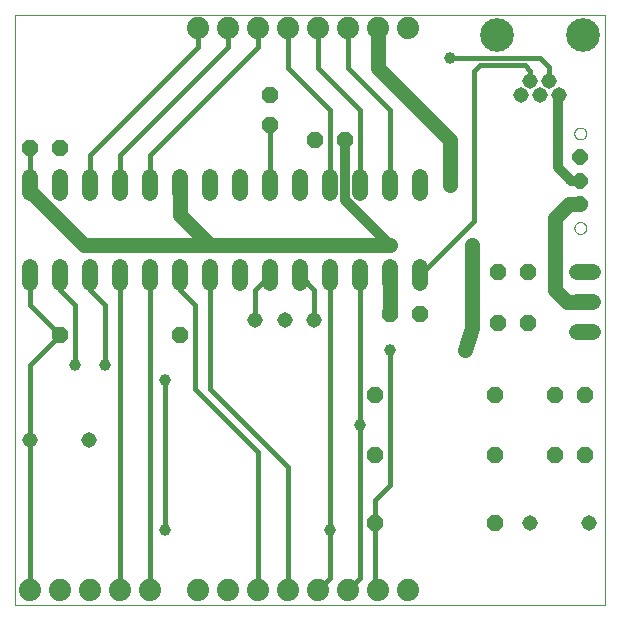
<source format=gtl>
G75*
%MOIN*%
%OFA0B0*%
%FSLAX25Y25*%
%IPPOS*%
%LPD*%
%AMOC8*
5,1,8,0,0,1.08239X$1,22.5*
%
%ADD10C,0.00000*%
%ADD11OC8,0.05200*%
%ADD12C,0.07400*%
%ADD13C,0.05150*%
%ADD14OC8,0.05150*%
%ADD15C,0.05200*%
%ADD16C,0.11220*%
%ADD17C,0.01600*%
%ADD18C,0.03200*%
%ADD19C,0.03962*%
%ADD20C,0.05000*%
D10*
X0001800Y0001800D02*
X0001800Y0198650D01*
X0198650Y0198650D01*
X0198650Y0001800D01*
X0001800Y0001800D01*
X0188331Y0127552D02*
X0188333Y0127640D01*
X0188339Y0127728D01*
X0188349Y0127816D01*
X0188363Y0127904D01*
X0188380Y0127990D01*
X0188402Y0128076D01*
X0188427Y0128160D01*
X0188457Y0128244D01*
X0188489Y0128326D01*
X0188526Y0128406D01*
X0188566Y0128485D01*
X0188610Y0128562D01*
X0188657Y0128637D01*
X0188707Y0128709D01*
X0188761Y0128780D01*
X0188817Y0128847D01*
X0188877Y0128913D01*
X0188939Y0128975D01*
X0189005Y0129035D01*
X0189072Y0129091D01*
X0189143Y0129145D01*
X0189215Y0129195D01*
X0189290Y0129242D01*
X0189367Y0129286D01*
X0189446Y0129326D01*
X0189526Y0129363D01*
X0189608Y0129395D01*
X0189692Y0129425D01*
X0189776Y0129450D01*
X0189862Y0129472D01*
X0189948Y0129489D01*
X0190036Y0129503D01*
X0190124Y0129513D01*
X0190212Y0129519D01*
X0190300Y0129521D01*
X0190388Y0129519D01*
X0190476Y0129513D01*
X0190564Y0129503D01*
X0190652Y0129489D01*
X0190738Y0129472D01*
X0190824Y0129450D01*
X0190908Y0129425D01*
X0190992Y0129395D01*
X0191074Y0129363D01*
X0191154Y0129326D01*
X0191233Y0129286D01*
X0191310Y0129242D01*
X0191385Y0129195D01*
X0191457Y0129145D01*
X0191528Y0129091D01*
X0191595Y0129035D01*
X0191661Y0128975D01*
X0191723Y0128913D01*
X0191783Y0128847D01*
X0191839Y0128780D01*
X0191893Y0128709D01*
X0191943Y0128637D01*
X0191990Y0128562D01*
X0192034Y0128485D01*
X0192074Y0128406D01*
X0192111Y0128326D01*
X0192143Y0128244D01*
X0192173Y0128160D01*
X0192198Y0128076D01*
X0192220Y0127990D01*
X0192237Y0127904D01*
X0192251Y0127816D01*
X0192261Y0127728D01*
X0192267Y0127640D01*
X0192269Y0127552D01*
X0192267Y0127464D01*
X0192261Y0127376D01*
X0192251Y0127288D01*
X0192237Y0127200D01*
X0192220Y0127114D01*
X0192198Y0127028D01*
X0192173Y0126944D01*
X0192143Y0126860D01*
X0192111Y0126778D01*
X0192074Y0126698D01*
X0192034Y0126619D01*
X0191990Y0126542D01*
X0191943Y0126467D01*
X0191893Y0126395D01*
X0191839Y0126324D01*
X0191783Y0126257D01*
X0191723Y0126191D01*
X0191661Y0126129D01*
X0191595Y0126069D01*
X0191528Y0126013D01*
X0191457Y0125959D01*
X0191385Y0125909D01*
X0191310Y0125862D01*
X0191233Y0125818D01*
X0191154Y0125778D01*
X0191074Y0125741D01*
X0190992Y0125709D01*
X0190908Y0125679D01*
X0190824Y0125654D01*
X0190738Y0125632D01*
X0190652Y0125615D01*
X0190564Y0125601D01*
X0190476Y0125591D01*
X0190388Y0125585D01*
X0190300Y0125583D01*
X0190212Y0125585D01*
X0190124Y0125591D01*
X0190036Y0125601D01*
X0189948Y0125615D01*
X0189862Y0125632D01*
X0189776Y0125654D01*
X0189692Y0125679D01*
X0189608Y0125709D01*
X0189526Y0125741D01*
X0189446Y0125778D01*
X0189367Y0125818D01*
X0189290Y0125862D01*
X0189215Y0125909D01*
X0189143Y0125959D01*
X0189072Y0126013D01*
X0189005Y0126069D01*
X0188939Y0126129D01*
X0188877Y0126191D01*
X0188817Y0126257D01*
X0188761Y0126324D01*
X0188707Y0126395D01*
X0188657Y0126467D01*
X0188610Y0126542D01*
X0188566Y0126619D01*
X0188526Y0126698D01*
X0188489Y0126778D01*
X0188457Y0126860D01*
X0188427Y0126944D01*
X0188402Y0127028D01*
X0188380Y0127114D01*
X0188363Y0127200D01*
X0188349Y0127288D01*
X0188339Y0127376D01*
X0188333Y0127464D01*
X0188331Y0127552D01*
X0188331Y0159048D02*
X0188333Y0159136D01*
X0188339Y0159224D01*
X0188349Y0159312D01*
X0188363Y0159400D01*
X0188380Y0159486D01*
X0188402Y0159572D01*
X0188427Y0159656D01*
X0188457Y0159740D01*
X0188489Y0159822D01*
X0188526Y0159902D01*
X0188566Y0159981D01*
X0188610Y0160058D01*
X0188657Y0160133D01*
X0188707Y0160205D01*
X0188761Y0160276D01*
X0188817Y0160343D01*
X0188877Y0160409D01*
X0188939Y0160471D01*
X0189005Y0160531D01*
X0189072Y0160587D01*
X0189143Y0160641D01*
X0189215Y0160691D01*
X0189290Y0160738D01*
X0189367Y0160782D01*
X0189446Y0160822D01*
X0189526Y0160859D01*
X0189608Y0160891D01*
X0189692Y0160921D01*
X0189776Y0160946D01*
X0189862Y0160968D01*
X0189948Y0160985D01*
X0190036Y0160999D01*
X0190124Y0161009D01*
X0190212Y0161015D01*
X0190300Y0161017D01*
X0190388Y0161015D01*
X0190476Y0161009D01*
X0190564Y0160999D01*
X0190652Y0160985D01*
X0190738Y0160968D01*
X0190824Y0160946D01*
X0190908Y0160921D01*
X0190992Y0160891D01*
X0191074Y0160859D01*
X0191154Y0160822D01*
X0191233Y0160782D01*
X0191310Y0160738D01*
X0191385Y0160691D01*
X0191457Y0160641D01*
X0191528Y0160587D01*
X0191595Y0160531D01*
X0191661Y0160471D01*
X0191723Y0160409D01*
X0191783Y0160343D01*
X0191839Y0160276D01*
X0191893Y0160205D01*
X0191943Y0160133D01*
X0191990Y0160058D01*
X0192034Y0159981D01*
X0192074Y0159902D01*
X0192111Y0159822D01*
X0192143Y0159740D01*
X0192173Y0159656D01*
X0192198Y0159572D01*
X0192220Y0159486D01*
X0192237Y0159400D01*
X0192251Y0159312D01*
X0192261Y0159224D01*
X0192267Y0159136D01*
X0192269Y0159048D01*
X0192267Y0158960D01*
X0192261Y0158872D01*
X0192251Y0158784D01*
X0192237Y0158696D01*
X0192220Y0158610D01*
X0192198Y0158524D01*
X0192173Y0158440D01*
X0192143Y0158356D01*
X0192111Y0158274D01*
X0192074Y0158194D01*
X0192034Y0158115D01*
X0191990Y0158038D01*
X0191943Y0157963D01*
X0191893Y0157891D01*
X0191839Y0157820D01*
X0191783Y0157753D01*
X0191723Y0157687D01*
X0191661Y0157625D01*
X0191595Y0157565D01*
X0191528Y0157509D01*
X0191457Y0157455D01*
X0191385Y0157405D01*
X0191310Y0157358D01*
X0191233Y0157314D01*
X0191154Y0157274D01*
X0191074Y0157237D01*
X0190992Y0157205D01*
X0190908Y0157175D01*
X0190824Y0157150D01*
X0190738Y0157128D01*
X0190652Y0157111D01*
X0190564Y0157097D01*
X0190476Y0157087D01*
X0190388Y0157081D01*
X0190300Y0157079D01*
X0190212Y0157081D01*
X0190124Y0157087D01*
X0190036Y0157097D01*
X0189948Y0157111D01*
X0189862Y0157128D01*
X0189776Y0157150D01*
X0189692Y0157175D01*
X0189608Y0157205D01*
X0189526Y0157237D01*
X0189446Y0157274D01*
X0189367Y0157314D01*
X0189290Y0157358D01*
X0189215Y0157405D01*
X0189143Y0157455D01*
X0189072Y0157509D01*
X0189005Y0157565D01*
X0188939Y0157625D01*
X0188877Y0157687D01*
X0188817Y0157753D01*
X0188761Y0157820D01*
X0188707Y0157891D01*
X0188657Y0157963D01*
X0188610Y0158038D01*
X0188566Y0158115D01*
X0188526Y0158194D01*
X0188489Y0158274D01*
X0188457Y0158356D01*
X0188427Y0158440D01*
X0188402Y0158524D01*
X0188380Y0158610D01*
X0188363Y0158696D01*
X0188349Y0158784D01*
X0188339Y0158872D01*
X0188333Y0158960D01*
X0188331Y0159048D01*
D11*
X0172800Y0112800D03*
X0162800Y0112800D03*
X0162860Y0095860D03*
X0172860Y0095860D03*
X0181800Y0071800D03*
X0191800Y0071800D03*
X0191800Y0051800D03*
X0181800Y0051800D03*
X0161800Y0051800D03*
X0161800Y0071800D03*
X0136800Y0098800D03*
X0126800Y0098800D03*
X0121800Y0071800D03*
X0121800Y0051800D03*
X0121800Y0029300D03*
X0161800Y0029300D03*
X0056800Y0091800D03*
X0016800Y0091800D03*
X0016800Y0154300D03*
X0006800Y0154300D03*
X0086800Y0161800D03*
X0086800Y0171800D03*
X0101800Y0156800D03*
X0111800Y0156800D03*
D12*
X0112800Y0194300D03*
X0102800Y0194300D03*
X0092800Y0194300D03*
X0082800Y0194300D03*
X0072800Y0194300D03*
X0062800Y0194300D03*
X0122800Y0194300D03*
X0132800Y0194300D03*
X0132800Y0006800D03*
X0122800Y0006800D03*
X0112800Y0006800D03*
X0102800Y0006800D03*
X0092800Y0006800D03*
X0082800Y0006800D03*
X0072800Y0006800D03*
X0062800Y0006800D03*
X0046800Y0006800D03*
X0036800Y0006800D03*
X0026800Y0006800D03*
X0016800Y0006800D03*
X0006800Y0006800D03*
D13*
X0006957Y0056800D03*
X0026643Y0056800D03*
X0081957Y0096800D03*
X0091800Y0096800D03*
X0101643Y0096800D03*
X0173457Y0029300D03*
X0193143Y0029300D03*
X0183099Y0171721D03*
X0179950Y0176446D03*
X0176800Y0171721D03*
X0173650Y0176446D03*
X0170501Y0171721D03*
D14*
X0190300Y0151174D03*
X0190300Y0143300D03*
X0190300Y0135426D03*
D15*
X0189280Y0112800D02*
X0194480Y0112800D01*
X0194480Y0102800D02*
X0189280Y0102800D01*
X0189280Y0092800D02*
X0194480Y0092800D01*
X0136800Y0109200D02*
X0136800Y0114400D01*
X0126800Y0114400D02*
X0126800Y0109200D01*
X0116800Y0109200D02*
X0116800Y0114400D01*
X0106800Y0114400D02*
X0106800Y0109200D01*
X0096800Y0109200D02*
X0096800Y0114400D01*
X0086800Y0114400D02*
X0086800Y0109200D01*
X0076800Y0109200D02*
X0076800Y0114400D01*
X0066800Y0114400D02*
X0066800Y0109200D01*
X0056800Y0109200D02*
X0056800Y0114400D01*
X0046800Y0114400D02*
X0046800Y0109200D01*
X0036800Y0109200D02*
X0036800Y0114400D01*
X0026800Y0114400D02*
X0026800Y0109200D01*
X0016800Y0109200D02*
X0016800Y0114400D01*
X0006800Y0114400D02*
X0006800Y0109200D01*
X0006800Y0139200D02*
X0006800Y0144400D01*
X0016800Y0144400D02*
X0016800Y0139200D01*
X0026800Y0139200D02*
X0026800Y0144400D01*
X0036800Y0144400D02*
X0036800Y0139200D01*
X0046800Y0139200D02*
X0046800Y0144400D01*
X0056800Y0144400D02*
X0056800Y0139200D01*
X0066800Y0139200D02*
X0066800Y0144400D01*
X0076800Y0144400D02*
X0076800Y0139200D01*
X0086800Y0139200D02*
X0086800Y0144400D01*
X0096800Y0144400D02*
X0096800Y0139200D01*
X0106800Y0139200D02*
X0106800Y0144400D01*
X0116800Y0144400D02*
X0116800Y0139200D01*
X0126800Y0139200D02*
X0126800Y0144400D01*
X0136800Y0144400D02*
X0136800Y0139200D01*
D16*
X0162430Y0191800D03*
X0191170Y0191800D03*
D17*
X0179950Y0181150D02*
X0176800Y0184300D01*
X0146800Y0184300D01*
X0154800Y0179800D02*
X0154800Y0129800D01*
X0136800Y0111800D01*
X0116800Y0111800D02*
X0116800Y0061800D01*
X0116800Y0010800D01*
X0112800Y0006800D01*
X0106800Y0010800D02*
X0102800Y0006800D01*
X0106800Y0010800D02*
X0106800Y0026800D01*
X0106800Y0111800D01*
X0101643Y0106957D02*
X0096800Y0111800D01*
X0101643Y0106957D02*
X0101643Y0096800D01*
X0086800Y0111800D02*
X0081957Y0106957D01*
X0081957Y0096800D01*
X0066800Y0111800D02*
X0066800Y0073800D01*
X0092800Y0047800D01*
X0092800Y0006800D01*
X0082800Y0006800D02*
X0082800Y0052800D01*
X0061800Y0073800D01*
X0061800Y0101800D01*
X0056800Y0106800D01*
X0056800Y0111800D01*
X0046800Y0111800D02*
X0046800Y0006800D01*
X0036800Y0006800D02*
X0036800Y0111800D01*
X0026800Y0111800D02*
X0026800Y0106800D01*
X0031800Y0101800D01*
X0031800Y0081800D01*
X0021800Y0081800D02*
X0021800Y0101800D01*
X0016800Y0106800D01*
X0016800Y0111800D01*
X0006800Y0111800D02*
X0006800Y0101800D01*
X0016800Y0091800D01*
X0006957Y0081957D01*
X0006957Y0056800D01*
X0006800Y0056800D01*
X0006800Y0006800D01*
X0051800Y0026800D02*
X0051800Y0076800D01*
X0046800Y0141800D02*
X0046800Y0151800D01*
X0082800Y0187800D01*
X0082800Y0194300D01*
X0072800Y0194300D02*
X0072800Y0187800D01*
X0036800Y0151800D01*
X0036800Y0141800D01*
X0026800Y0141800D02*
X0026800Y0151800D01*
X0062800Y0187800D01*
X0062800Y0194300D01*
X0092800Y0194300D02*
X0092800Y0180800D01*
X0106800Y0166800D01*
X0106800Y0141800D01*
X0116800Y0141800D02*
X0116800Y0166800D01*
X0102800Y0180800D01*
X0102800Y0194300D01*
X0112800Y0194300D02*
X0112800Y0180800D01*
X0126800Y0166800D01*
X0126800Y0141800D01*
X0154800Y0179800D02*
X0156800Y0181800D01*
X0171800Y0181800D01*
X0173650Y0179950D01*
X0173650Y0176446D01*
X0179950Y0176446D02*
X0179950Y0181150D01*
X0086800Y0161800D02*
X0086800Y0141800D01*
X0126800Y0086800D02*
X0126800Y0041800D01*
X0121800Y0036800D01*
X0121800Y0029300D01*
X0121800Y0007800D01*
X0122800Y0006800D01*
X0006800Y0141800D02*
X0006800Y0154300D01*
D18*
X0111800Y0156800D02*
X0111800Y0136800D01*
X0126800Y0121800D01*
X0182800Y0147800D02*
X0182800Y0171422D01*
X0183099Y0171721D01*
X0182800Y0147800D02*
X0187300Y0143300D01*
X0190300Y0143300D01*
D19*
X0154300Y0121800D03*
X0146800Y0141800D03*
X0126800Y0121800D03*
X0126800Y0086800D03*
X0151800Y0086800D03*
X0116800Y0061800D03*
X0106800Y0026800D03*
X0051800Y0026800D03*
X0051800Y0076800D03*
X0031800Y0081800D03*
X0021800Y0081800D03*
X0146800Y0184300D03*
D20*
X0122800Y0180800D02*
X0146800Y0156800D01*
X0146800Y0141800D01*
X0154300Y0121800D02*
X0154300Y0094300D01*
X0151800Y0086800D01*
X0126800Y0098800D02*
X0126800Y0111800D01*
X0126800Y0121800D02*
X0066800Y0121800D01*
X0024800Y0121800D01*
X0006800Y0139800D01*
X0006800Y0141800D01*
X0056800Y0141800D02*
X0056800Y0131800D01*
X0066800Y0121800D01*
X0122800Y0180800D02*
X0122800Y0194300D01*
X0181800Y0130800D02*
X0186426Y0135426D01*
X0190300Y0135426D01*
X0181800Y0130800D02*
X0181800Y0106800D01*
X0185800Y0102800D01*
X0191880Y0102800D01*
M02*

</source>
